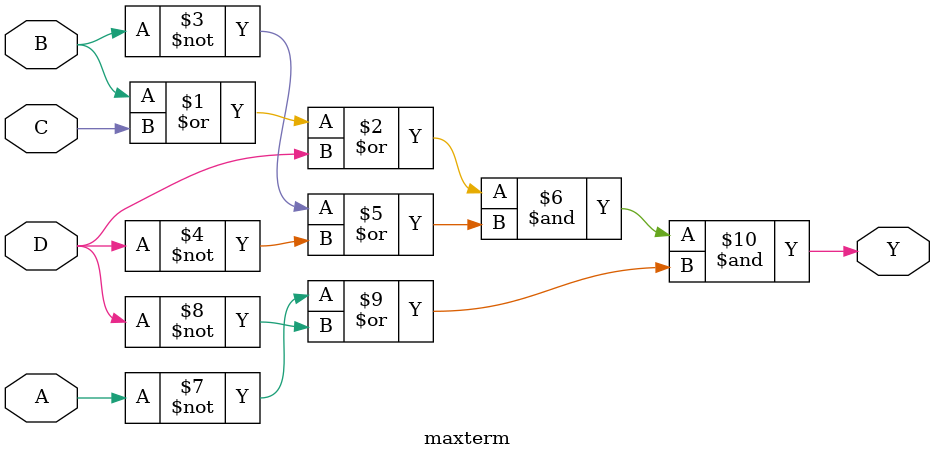
<source format=v>
module maxterm (
    input A, B, C, D,
    output Y
);

assign Y = 
(B | C | D) &
(~B | ~D) &
(~A | ~D)
;

endmodule

</source>
